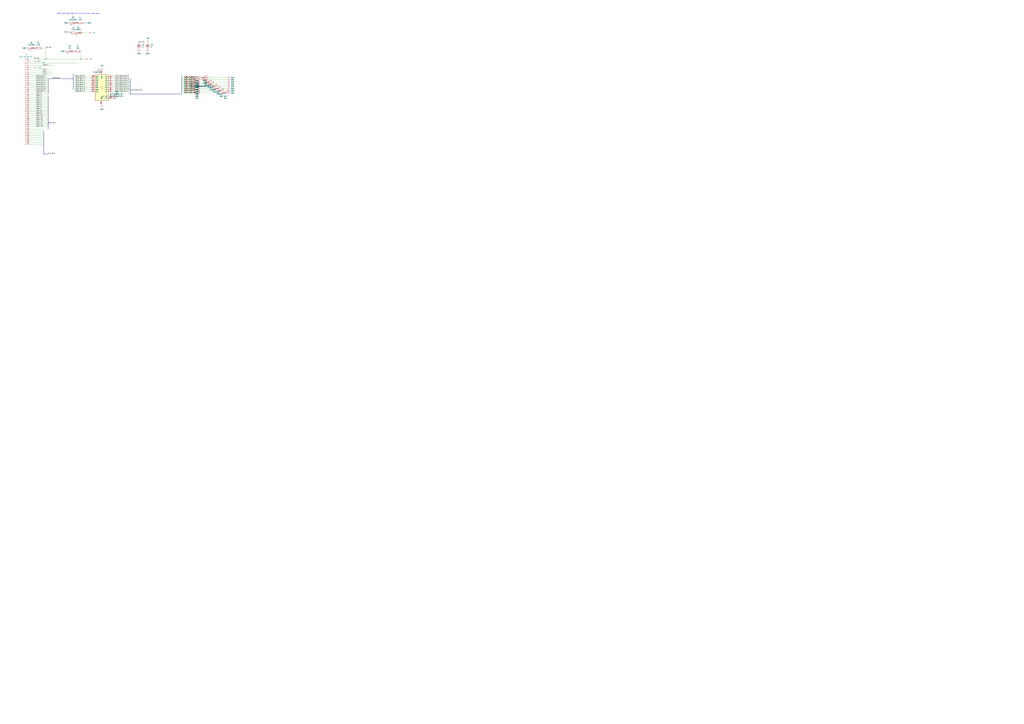
<source format=kicad_sch>
(kicad_sch (version 20231120) (generator "eeschema") (generator_version "8.0")
  (paper "A0")
  (lib_symbols
    (symbol "74xx:74LS245" (pin_names (offset 1.016))
      (property "Reference" "U" (at -7.62 16.51 0))
      (property "Value" "74LS245" (at -7.62 -16.51 0))
      (symbol "74LS245_1_0"
        (polyline (pts (xy -0.635 -1.27) (xy -0.635 1.27) (xy 0.635 1.27)))
        (polyline (pts (xy -1.27 -1.27) (xy 0.635 -1.27) (xy 0.635 1.27) (xy 1.27 1.27)))
        (pin input line (at -12.7 -10.16 0) (length 5.08) (name "A->B") (number "1"))
        (pin power_in line (at 0 -20.32 90) (length 5.08) (name "GND") (number "10"))
        (pin tri_state line (at 12.7 -5.08 180) (length 5.08) (name "B7") (number "11"))
        (pin tri_state line (at 12.7 -2.54 180) (length 5.08) (name "B6") (number "12"))
        (pin tri_state line (at 12.7 0 180) (length 5.08) (name "B5") (number "13"))
        (pin tri_state line (at 12.7 2.54 180) (length 5.08) (name "B4") (number "14"))
        (pin tri_state line (at 12.7 5.08 180) (length 5.08) (name "B3") (number "15"))
        (pin tri_state line (at 12.7 7.62 180) (length 5.08) (name "B2") (number "16"))
        (pin tri_state line (at 12.7 10.16 180) (length 5.08) (name "B1") (number "17"))
        (pin tri_state line (at 12.7 12.7 180) (length 5.08) (name "B0") (number "18"))
        (pin input inverted (at -12.7 -12.7 0) (length 5.08) (name "CE") (number "19"))
        (pin tri_state line (at -12.7 12.7 0) (length 5.08) (name "A0") (number "2"))
        (pin power_in line (at 0 20.32 270) (length 5.08) (name "VCC") (number "20"))
        (pin tri_state line (at -12.7 10.16 0) (length 5.08) (name "A1") (number "3"))
        (pin tri_state line (at -12.7 7.62 0) (length 5.08) (name "A2") (number "4"))
        (pin tri_state line (at -12.7 5.08 0) (length 5.08) (name "A3") (number "5"))
        (pin tri_state line (at -12.7 2.54 0) (length 5.08) (name "A4") (number "6"))
        (pin tri_state line (at -12.7 0 0) (length 5.08) (name "A5") (number "7"))
        (pin tri_state line (at -12.7 -2.54 0) (length 5.08) (name "A6") (number "8"))
        (pin tri_state line (at -12.7 -5.08 0) (length 5.08) (name "A7") (number "9"))
      )
      (symbol "74LS245_1_1"
        (rectangle (start -7.62 15.24) (end 7.62 -15.24) (stroke (width 0.254)) (fill (type background)))
      )
    )
    (symbol "Connector:Conn_01x01_Pin" (pin_names (offset 1.016) hide)
      (property "Reference" "J" (at 0 2.54 0))
      (property "Value" "Conn_01x01_Pin" (at 0 -2.54 0))
      (symbol "Conn_01x01_Pin_1_1"
        (polyline (pts (xy 1.27 0) (xy 0.8636 0)) (stroke (width 0.1524)))
        (rectangle (start 0.8636 0.127) (end 0 -0.127) (stroke (width 0.1524)) (fill (type outline)))
        (pin passive line (at 5.08 0 180) (length 3.81) (name "Pin_1") (number "1"))
      )
    )
    (symbol "Connector:Conn_01x08_Pin" (pin_names (offset 1.016) hide)
      (property "Reference" "J" (at 0 10.16 0))
      (property "Value" "Conn_01x08_Pin" (at 0 -12.7 0))
      (symbol "Conn_01x08_Pin_1_1"
        (polyline (pts (xy 1.27 -10.16) (xy 0.8636 -10.16)) (stroke (width 0.1524)))
        (polyline (pts (xy 1.27 -7.62) (xy 0.8636 -7.62)) (stroke (width 0.1524)))
        (polyline (pts (xy 1.27 -5.08) (xy 0.8636 -5.08)) (stroke (width 0.1524)))
        (polyline (pts (xy 1.27 -2.54) (xy 0.8636 -2.54)) (stroke (width 0.1524)))
        (polyline (pts (xy 1.27 0) (xy 0.8636 0)) (stroke (width 0.1524)))
        (polyline (pts (xy 1.27 2.54) (xy 0.8636 2.54)) (stroke (width 0.1524)))
        (polyline (pts (xy 1.27 5.08) (xy 0.8636 5.08)) (stroke (width 0.1524)))
        (polyline (pts (xy 1.27 7.62) (xy 0.8636 7.62)) (stroke (width 0.1524)))
        (rectangle (start 0.8636 -10.033) (end 0 -10.287) (stroke (width 0.1524)) (fill (type outline)))
        (rectangle (start 0.8636 -7.493) (end 0 -7.747) (stroke (width 0.1524)) (fill (type outline)))
        (rectangle (start 0.8636 -4.953) (end 0 -5.207) (stroke (width 0.1524)) (fill (type outline)))
        (rectangle (start 0.8636 -2.413) (end 0 -2.667) (stroke (width 0.1524)) (fill (type outline)))
        (rectangle (start 0.8636 0.127) (end 0 -0.127) (stroke (width 0.1524)) (fill (type outline)))
        (rectangle (start 0.8636 2.667) (end 0 2.413) (stroke (width 0.1524)) (fill (type outline)))
        (rectangle (start 0.8636 5.207) (end 0 4.953) (stroke (width 0.1524)) (fill (type outline)))
        (rectangle (start 0.8636 7.747) (end 0 7.493) (stroke (width 0.1524)) (fill (type outline)))
        (pin passive line (at 5.08 7.62 180) (length 3.81) (name "Pin_1") (number "1"))
        (pin passive line (at 5.08 5.08 180) (length 3.81) (name "Pin_2") (number "2"))
        (pin passive line (at 5.08 2.54 180) (length 3.81) (name "Pin_3") (number "3"))
        (pin passive line (at 5.08 0 180) (length 3.81) (name "Pin_4") (number "4"))
        (pin passive line (at 5.08 -2.54 180) (length 3.81) (name "Pin_5") (number "5"))
        (pin passive line (at 5.08 -5.08 180) (length 3.81) (name "Pin_6") (number "6"))
        (pin passive line (at 5.08 -7.62 180) (length 3.81) (name "Pin_7") (number "7"))
        (pin passive line (at 5.08 -10.16 180) (length 3.81) (name "Pin_8") (number "8"))
      )
    )
    (symbol "Connector:Conn_01x40_Pin" (pin_names (offset 1.016) hide)
      (property "Reference" "J" (at 0 50.8 0))
      (property "Value" "Conn_01x40_Pin" (at 0 -53.34 0))
      (symbol "Conn_01x40_Pin_1_1"
        (polyline (pts (xy 1.27 -50.8) (xy 0.8636 -50.8)) (stroke (width 0.1524)))
        (polyline (pts (xy 1.27 -48.26) (xy 0.8636 -48.26)) (stroke (width 0.1524)))
        (polyline (pts (xy 1.27 -45.72) (xy 0.8636 -45.72)) (stroke (width 0.1524)))
        (polyline (pts (xy 1.27 -43.18) (xy 0.8636 -43.18)) (stroke (width 0.1524)))
        (polyline (pts (xy 1.27 -40.64) (xy 0.8636 -40.64)) (stroke (width 0.1524)))
        (polyline (pts (xy 1.27 -38.1) (xy 0.8636 -38.1)) (stroke (width 0.1524)))
        (polyline (pts (xy 1.27 -35.56) (xy 0.8636 -35.56)) (stroke (width 0.1524)))
        (polyline (pts (xy 1.27 -33.02) (xy 0.8636 -33.02)) (stroke (width 0.1524)))
        (polyline (pts (xy 1.27 -30.48) (xy 0.8636 -30.48)) (stroke (width 0.1524)))
        (polyline (pts (xy 1.27 -27.94) (xy 0.8636 -27.94)) (stroke (width 0.1524)))
        (polyline (pts (xy 1.27 -25.4) (xy 0.8636 -25.4)) (stroke (width 0.1524)))
        (polyline (pts (xy 1.27 -22.86) (xy 0.8636 -22.86)) (stroke (width 0.1524)))
        (polyline (pts (xy 1.27 -20.32) (xy 0.8636 -20.32)) (stroke (width 0.1524)))
        (polyline (pts (xy 1.27 -17.78) (xy 0.8636 -17.78)) (stroke (width 0.1524)))
        (polyline (pts (xy 1.27 -15.24) (xy 0.8636 -15.24)) (stroke (width 0.1524)))
        (polyline (pts (xy 1.27 -12.7) (xy 0.8636 -12.7)) (stroke (width 0.1524)))
        (polyline (pts (xy 1.27 -10.16) (xy 0.8636 -10.16)) (stroke (width 0.1524)))
        (polyline (pts (xy 1.27 -7.62) (xy 0.8636 -7.62)) (stroke (width 0.1524)))
        (polyline (pts (xy 1.27 -5.08) (xy 0.8636 -5.08)) (stroke (width 0.1524)))
        (polyline (pts (xy 1.27 -2.54) (xy 0.8636 -2.54)) (stroke (width 0.1524)))
        (polyline (pts (xy 1.27 0) (xy 0.8636 0)) (stroke (width 0.1524)))
        (polyline (pts (xy 1.27 2.54) (xy 0.8636 2.54)) (stroke (width 0.1524)))
        (polyline (pts (xy 1.27 5.08) (xy 0.8636 5.08)) (stroke (width 0.1524)))
        (polyline (pts (xy 1.27 7.62) (xy 0.8636 7.62)) (stroke (width 0.1524)))
        (polyline (pts (xy 1.27 10.16) (xy 0.8636 10.16)) (stroke (width 0.1524)))
        (polyline (pts (xy 1.27 12.7) (xy 0.8636 12.7)) (stroke (width 0.1524)))
        (polyline (pts (xy 1.27 15.24) (xy 0.8636 15.24)) (stroke (width 0.1524)))
        (polyline (pts (xy 1.27 17.78) (xy 0.8636 17.78)) (stroke (width 0.1524)))
        (polyline (pts (xy 1.27 20.32) (xy 0.8636 20.32)) (stroke (width 0.1524)))
        (polyline (pts (xy 1.27 22.86) (xy 0.8636 22.86)) (stroke (width 0.1524)))
        (polyline (pts (xy 1.27 25.4) (xy 0.8636 25.4)) (stroke (width 0.1524)))
        (polyline (pts (xy 1.27 27.94) (xy 0.8636 27.94)) (stroke (width 0.1524)))
        (polyline (pts (xy 1.27 30.48) (xy 0.8636 30.48)) (stroke (width 0.1524)))
        (polyline (pts (xy 1.27 33.02) (xy 0.8636 33.02)) (stroke (width 0.1524)))
        (polyline (pts (xy 1.27 35.56) (xy 0.8636 35.56)) (stroke (width 0.1524)))
        (polyline (pts (xy 1.27 38.1) (xy 0.8636 38.1)) (stroke (width 0.1524)))
        (polyline (pts (xy 1.27 40.64) (xy 0.8636 40.64)) (stroke (width 0.1524)))
        (polyline (pts (xy 1.27 43.18) (xy 0.8636 43.18)) (stroke (width 0.1524)))
        (polyline (pts (xy 1.27 45.72) (xy 0.8636 45.72)) (stroke (width 0.1524)))
        (polyline (pts (xy 1.27 48.26) (xy 0.8636 48.26)) (stroke (width 0.1524)))
        (rectangle (start 0.8636 -50.673) (end 0 -50.927) (stroke (width 0.1524)) (fill (type outline)))
        (rectangle (start 0.8636 -48.133) (end 0 -48.387) (stroke (width 0.1524)) (fill (type outline)))
        (rectangle (start 0.8636 -45.593) (end 0 -45.847) (stroke (width 0.1524)) (fill (type outline)))
        (rectangle (start 0.8636 -43.053) (end 0 -43.307) (stroke (width 0.1524)) (fill (type outline)))
        (rectangle (start 0.8636 -40.513) (end 0 -40.767) (stroke (width 0.1524)) (fill (type outline)))
        (rectangle (start 0.8636 -37.973) (end 0 -38.227) (stroke (width 0.1524)) (fill (type outline)))
        (rectangle (start 0.8636 -35.433) (end 0 -35.687) (stroke (width 0.1524)) (fill (type outline)))
        (rectangle (start 0.8636 -32.893) (end 0 -33.147) (stroke (width 0.1524)) (fill (type outline)))
        (rectangle (start 0.8636 -30.353) (end 0 -30.607) (stroke (width 0.1524)) (fill (type outline)))
        (rectangle (start 0.8636 -27.813) (end 0 -28.067) (stroke (width 0.1524)) (fill (type outline)))
        (rectangle (start 0.8636 -25.273) (end 0 -25.527) (stroke (width 0.1524)) (fill (type outline)))
        (rectangle (start 0.8636 -22.733) (end 0 -22.987) (stroke (width 0.1524)) (fill (type outline)))
        (rectangle (start 0.8636 -20.193) (end 0 -20.447) (stroke (width 0.1524)) (fill (type outline)))
        (rectangle (start 0.8636 -17.653) (end 0 -17.907) (stroke (width 0.1524)) (fill (type outline)))
        (rectangle (start 0.8636 -15.113) (end 0 -15.367) (stroke (width 0.1524)) (fill (type outline)))
        (rectangle (start 0.8636 -12.573) (end 0 -12.827) (stroke (width 0.1524)) (fill (type outline)))
        (rectangle (start 0.8636 -10.033) (end 0 -10.287) (stroke (width 0.1524)) (fill (type outline)))
        (rectangle (start 0.8636 -7.493) (end 0 -7.747) (stroke (width 0.1524)) (fill (type outline)))
        (rectangle (start 0.8636 -4.953) (end 0 -5.207) (stroke (width 0.1524)) (fill (type outline)))
        (rectangle (start 0.8636 -2.413) (end 0 -2.667) (stroke (width 0.1524)) (fill (type outline)))
        (rectangle (start 0.8636 0.127) (end 0 -0.127) (stroke (width 0.1524)) (fill (type outline)))
        (rectangle (start 0.8636 2.667) (end 0 2.413) (stroke (width 0.1524)) (fill (type outline)))
        (rectangle (start 0.8636 5.207) (end 0 4.953) (stroke (width 0.1524)) (fill (type outline)))
        (rectangle (start 0.8636 7.747) (end 0 7.493) (stroke (width 0.1524)) (fill (type outline)))
        (rectangle (start 0.8636 10.287) (end 0 10.033) (stroke (width 0.1524)) (fill (type outline)))
        (rectangle (start 0.8636 12.827) (end 0 12.573) (stroke (width 0.1524)) (fill (type outline)))
        (rectangle (start 0.8636 15.367) (end 0 15.113) (stroke (width 0.1524)) (fill (type outline)))
        (rectangle (start 0.8636 17.907) (end 0 17.653) (stroke (width 0.1524)) (fill (type outline)))
        (rectangle (start 0.8636 20.447) (end 0 20.193) (stroke (width 0.1524)) (fill (type outline)))
        (rectangle (start 0.8636 22.987) (end 0 22.733) (stroke (width 0.1524)) (fill (type outline)))
        (rectangle (start 0.8636 25.527) (end 0 25.273) (stroke (width 0.1524)) (fill (type outline)))
        (rectangle (start 0.8636 28.067) (end 0 27.813) (stroke (width 0.1524)) (fill (type outline)))
        (rectangle (start 0.8636 30.607) (end 0 30.353) (stroke (width 0.1524)) (fill (type outline)))
        (rectangle (start 0.8636 33.147) (end 0 32.893) (stroke (width 0.1524)) (fill (type outline)))
        (rectangle (start 0.8636 35.687) (end 0 35.433) (stroke (width 0.1524)) (fill (type outline)))
        (rectangle (start 0.8636 38.227) (end 0 37.973) (stroke (width 0.1524)) (fill (type outline)))
        (rectangle (start 0.8636 40.767) (end 0 40.513) (stroke (width 0.1524)) (fill (type outline)))
        (rectangle (start 0.8636 43.307) (end 0 43.053) (stroke (width 0.1524)) (fill (type outline)))
        (rectangle (start 0.8636 45.847) (end 0 45.593) (stroke (width 0.1524)) (fill (type outline)))
        (rectangle (start 0.8636 48.387) (end 0 48.133) (stroke (width 0.1524)) (fill (type outline)))
        (pin passive line (at 5.08 48.26 180) (length 3.81) (name "Pin_1") (number "1"))
        (pin passive line (at 5.08 25.4 180) (length 3.81) (name "Pin_10") (number "10"))
        (pin passive line (at 5.08 22.86 180) (length 3.81) (name "Pin_11") (number "11"))
        (pin passive line (at 5.08 20.32 180) (length 3.81) (name "Pin_12") (number "12"))
        (pin passive line (at 5.08 17.78 180) (length 3.81) (name "Pin_13") (number "13"))
        (pin passive line (at 5.08 15.24 180) (length 3.81) (name "Pin_14") (number "14"))
        (pin passive line (at 5.08 12.7 180) (length 3.81) (name "Pin_15") (number "15"))
        (pin passive line (at 5.08 10.16 180) (length 3.81) (name "Pin_16") (number "16"))
        (pin passive line (at 5.08 7.62 180) (length 3.81) (name "Pin_17") (number "17"))
        (pin passive line (at 5.08 5.08 180) (length 3.81) (name "Pin_18") (number "18"))
        (pin passive line (at 5.08 2.54 180) (length 3.81) (name "Pin_19") (number "19"))
        (pin passive line (at 5.08 45.72 180) (length 3.81) (name "Pin_2") (number "2"))
        (pin passive line (at 5.08 0 180) (length 3.81) (name "Pin_20") (number "20"))
        (pin passive line (at 5.08 -2.54 180) (length 3.81) (name "Pin_21") (number "21"))
        (pin passive line (at 5.08 -5.08 180) (length 3.81) (name "Pin_22") (number "22"))
        (pin passive line (at 5.08 -7.62 180) (length 3.81) (name "Pin_23") (number "23"))
        (pin passive line (at 5.08 -10.16 180) (length 3.81) (name "Pin_24") (number "24"))
        (pin passive line (at 5.08 -12.7 180) (length 3.81) (name "Pin_25") (number "25"))
        (pin passive line (at 5.08 -15.24 180) (length 3.81) (name "Pin_26") (number "26"))
        (pin passive line (at 5.08 -17.78 180) (length 3.81) (name "Pin_27") (number "27"))
        (pin passive line (at 5.08 -20.32 180) (length 3.81) (name "Pin_28") (number "28"))
        (pin passive line (at 5.08 -22.86 180) (length 3.81) (name "Pin_29") (number "29"))
        (pin passive line (at 5.08 43.18 180) (length 3.81) (name "Pin_3") (number "3"))
        (pin passive line (at 5.08 -25.4 180) (length 3.81) (name "Pin_30") (number "30"))
        (pin passive line (at 5.08 -27.94 180) (length 3.81) (name "Pin_31") (number "31"))
        (pin passive line (at 5.08 -30.48 180) (length 3.81) (name "Pin_32") (number "32"))
        (pin passive line (at 5.08 -33.02 180) (length 3.81) (name "Pin_33") (number "33"))
        (pin passive line (at 5.08 -35.56 180) (length 3.81) (name "Pin_34") (number "34"))
        (pin passive line (at 5.08 -38.1 180) (length 3.81) (name "Pin_35") (number "35"))
        (pin passive line (at 5.08 -40.64 180) (length 3.81) (name "Pin_36") (number "36"))
        (pin passive line (at 5.08 -43.18 180) (length 3.81) (name "Pin_37") (number "37"))
        (pin passive line (at 5.08 -45.72 180) (length 3.81) (name "Pin_38") (number "38"))
        (pin passive line (at 5.08 -48.26 180) (length 3.81) (name "Pin_39") (number "39"))
        (pin passive line (at 5.08 40.64 180) (length 3.81) (name "Pin_4") (number "4"))
        (pin passive line (at 5.08 -50.8 180) (length 3.81) (name "Pin_40") (number "40"))
        (pin passive line (at 5.08 38.1 180) (length 3.81) (name "Pin_5") (number "5"))
        (pin passive line (at 5.08 35.56 180) (length 3.81) (name "Pin_6") (number "6"))
        (pin passive line (at 5.08 33.02 180) (length 3.81) (name "Pin_7") (number "7"))
        (pin passive line (at 5.08 30.48 180) (length 3.81) (name "Pin_8") (number "8"))
        (pin passive line (at 5.08 27.94 180) (length 3.81) (name "Pin_9") (number "9"))
      )
    )
    (symbol "Device:C" (pin_numbers hide) (pin_names (offset 0.254))
      (property "Reference" "C" (at 0.635 2.54 0))
      (property "Value" "C" (at 0.635 -2.54 0))
      (symbol "C_0_1"
        (polyline (pts (xy -2.032 -0.762) (xy 2.032 -0.762)) (stroke (width 0.508)))
        (polyline (pts (xy -2.032 0.762) (xy 2.032 0.762)) (stroke (width 0.508)))
      )
      (symbol "C_1_1"
        (pin passive line (at 0 3.81 270) (length 2.794) (name "~") (number "1"))
        (pin passive line (at 0 -3.81 90) (length 2.794) (name "~") (number "2"))
      )
    )
    (symbol "Device:LED" (pin_numbers hide) (pin_names (offset 1.016) hide)
      (property "Reference" "D" (at 0 2.54 0))
      (property "Value" "LED" (at 0 -2.54 0))
      (symbol "LED_0_1"
        (polyline (pts (xy -1.27 -1.27) (xy -1.27 1.27)) (stroke (width 0.254)))
        (polyline (pts (xy -1.27 0) (xy 1.27 0)))
        (polyline (pts (xy 1.27 -1.27) (xy 1.27 1.27) (xy -1.27 0) (xy 1.27 -1.27)) (stroke (width 0.254)))
        (polyline (pts (xy -3.048 -0.762) (xy -4.572 -2.286) (xy -3.81 -2.286) (xy -4.572 -2.286) (xy -4.572 -1.524)))
        (polyline (pts (xy -1.778 -0.762) (xy -3.302 -2.286) (xy -2.54 -2.286) (xy -3.302 -2.286) (xy -3.302 -1.524)))
      )
      (symbol "LED_1_1"
        (pin passive line (at -3.81 0 0) (length 2.54) (name "K") (number "1"))
        (pin passive line (at 3.81 0 180) (length 2.54) (name "A") (number "2"))
      )
    )
    (symbol "Device:R" (pin_numbers hide) (pin_names (offset 0))
      (property "Reference" "R" (at 2.032 0 90))
      (property "Value" "R" (at 0 0 90))
      (symbol "R_0_1"
        (rectangle (start -1.016 -2.54) (end 1.016 2.54) (stroke (width 0.254)))
      )
      (symbol "R_1_1"
        (pin passive line (at 0 3.81 270) (length 1.27) (name "~") (number "1"))
        (pin passive line (at 0 -3.81 90) (length 1.27) (name "~") (number "2"))
      )
    )
    (symbol "power:+3V3" (power) (pin_names (offset 0))
      (property "Value" "+3V3" (at 0 3.556 0))
      (symbol "+3V3_0_1"
        (polyline (pts (xy -0.762 1.27) (xy 0 2.54)))
        (polyline (pts (xy 0 0) (xy 0 2.54)))
        (polyline (pts (xy 0 2.54) (xy 0.762 1.27)))
      )
      (symbol "+3V3_1_1"
        (pin power_in line (at 0 0 90) (length 0) hide (name "+3V3") (number "1"))
      )
    )
    (symbol "power:+5V" (power) (pin_names (offset 0))
      (property "Value" "+5V" (at 0 3.556 0))
      (symbol "+5V_0_1"
        (polyline (pts (xy -0.762 1.27) (xy 0 2.54)))
        (polyline (pts (xy 0 0) (xy 0 2.54)))
        (polyline (pts (xy 0 2.54) (xy 0.762 1.27)))
      )
      (symbol "+5V_1_1"
        (pin power_in line (at 0 0 90) (length 0) hide (name "+5V") (number "1"))
      )
    )
    (symbol "power:GND" (power) (pin_names (offset 0))
      (property "Value" "GND" (at 0 -3.81 0))
      (symbol "GND_0_1"
        (polyline (pts (xy 0 0) (xy 0 -1.27) (xy 1.27 -1.27) (xy 0 -2.54) (xy -1.27 -1.27) (xy 0 -1.27)))
      )
      (symbol "GND_1_1"
        (pin power_in line (at 0 0 270) (length 0) hide (name "GND") (number "1"))
      )
    )
  )
  (junction (at 214.63 92.71))
  (junction (at 220.98 105.41))
  (junction (at 93.98 68.58))
  (junction (at 214.63 95.25))
  (junction (at 53.34 68.58))
  (junction (at 214.63 107.95))
  (junction (at 214.63 102.87))
  (junction (at 220.98 102.87))
  (junction (at 220.98 95.25))
  (junction (at 220.98 107.95))
  (junction (at 220.98 100.33))
  (junction (at 214.63 100.33))
  (junction (at 214.63 90.17))
  (junction (at 220.98 90.17))
  (junction (at 214.63 97.79))
  (junction (at 220.98 92.71))
  (junction (at 214.63 105.41))
  (junction (at 220.98 97.79))
  (bus_entry (at 48.26 152.4) (size 2.54 2.54))
  (bus_entry (at 53.34 134.62) (size 2.54 2.54))
  (bus_entry (at 210.82 102.87) (size 2.54 2.54))
  (bus_entry (at 87.63 99.06) (size -2.54 -2.54))
  (bus_entry (at 53.34 99.06) (size 2.54 2.54))
  (bus_entry (at 53.34 147.32) (size 2.54 2.54))
  (bus_entry (at 48.26 149.86) (size 2.54 2.54))
  (bus_entry (at 48.26 154.94) (size 2.54 2.54))
  (bus_entry (at 53.34 139.7) (size 2.54 2.54))
  (bus_entry (at 148.59 104.14) (size 2.54 2.54))
  (bus_entry (at 53.34 93.98) (size 2.54 2.54))
  (bus_entry (at 53.34 96.52) (size 2.54 2.54))
  (bus_entry (at 53.34 119.38) (size 2.54 2.54))
  (bus_entry (at 148.59 91.44) (size 2.54 2.54))
  (bus_entry (at 87.63 101.6) (size -2.54 -2.54))
  (bus_entry (at 148.59 101.6) (size 2.54 2.54))
  (bus_entry (at 148.59 96.52) (size 2.54 2.54))
  (bus_entry (at 210.82 87.63) (size 2.54 2.54))
  (bus_entry (at 210.82 92.71) (size 2.54 2.54))
  (bus_entry (at 53.34 132.08) (size 2.54 2.54))
  (bus_entry (at 210.82 90.17) (size 2.54 2.54))
  (bus_entry (at 48.26 157.48) (size 2.54 2.54))
  (bus_entry (at 53.34 144.78) (size 2.54 2.54))
  (bus_entry (at 210.82 100.33) (size 2.54 2.54))
  (bus_entry (at 53.34 124.46) (size 2.54 2.54))
  (bus_entry (at 53.34 109.22) (size 2.54 2.54))
  (bus_entry (at 87.63 88.9) (size -2.54 -2.54))
  (bus_entry (at 53.34 104.14) (size 2.54 2.54))
  (bus_entry (at 148.59 93.98) (size 2.54 2.54))
  (bus_entry (at 87.63 96.52) (size -2.54 -2.54))
  (bus_entry (at 48.26 160.02) (size 2.54 2.54))
  (bus_entry (at 210.82 95.25) (size 2.54 2.54))
  (bus_entry (at 53.34 88.9) (size 2.54 2.54))
  (bus_entry (at 53.34 129.54) (size 2.54 2.54))
  (bus_entry (at 48.26 167.64) (size 2.54 2.54))
  (bus_entry (at 87.63 104.14) (size -2.54 -2.54))
  (bus_entry (at 210.82 97.79) (size 2.54 2.54))
  (bus_entry (at 53.34 121.92) (size 2.54 2.54))
  (bus_entry (at 53.34 116.84) (size 2.54 2.54))
  (bus_entry (at 53.34 127) (size 2.54 2.54))
  (bus_entry (at 53.34 137.16) (size 2.54 2.54))
  (bus_entry (at 48.26 165.1) (size 2.54 2.54))
  (bus_entry (at 87.63 93.98) (size -2.54 -2.54))
  (bus_entry (at 148.59 88.9) (size 2.54 2.54))
  (bus_entry (at 148.59 106.68) (size 2.54 2.54))
  (bus_entry (at 148.59 99.06) (size 2.54 2.54))
  (bus_entry (at 53.34 101.6) (size 2.54 2.54))
  (bus_entry (at 48.26 162.56) (size 2.54 2.54))
  (bus_entry (at 53.34 142.24) (size 2.54 2.54))
  (bus_entry (at 53.34 111.76) (size 2.54 2.54))
  (bus_entry (at 87.63 106.68) (size -2.54 -2.54))
  (bus_entry (at 87.63 91.44) (size -2.54 -2.54))
  (bus_entry (at 53.34 114.3) (size 2.54 2.54))
  (bus_entry (at 53.34 106.68) (size 2.54 2.54))
  (bus_entry (at 210.82 105.41) (size 2.54 2.54))
  (bus_entry (at 53.34 91.44) (size 2.54 2.54))
  (wire (pts (xy 53.34 55.88) (xy 48.26 55.88)))
  (wire (pts (xy 213.36 100.33) (xy 214.63 100.33)))
  (bus (pts (xy 151.13 101.6) (xy 151.13 99.06)))
  (wire (pts (xy 34.29 91.44) (xy 53.34 91.44)))
  (wire (pts (xy 34.29 154.94) (xy 48.26 154.94)))
  (bus (pts (xy 50.8 165.1) (xy 50.8 167.64)))
  (bus (pts (xy 55.88 127) (xy 55.88 129.54)))
  (wire (pts (xy 34.29 129.54) (xy 53.34 129.54)))
  (wire (pts (xy 34.29 71.12) (xy 39.37 71.12)))
  (bus (pts (xy 55.88 137.16) (xy 55.88 139.7)))
  (wire (pts (xy 34.29 162.56) (xy 48.26 162.56)))
  (wire (pts (xy 93.98 68.58) (xy 99.06 68.58)))
  (bus (pts (xy 210.82 105.41) (xy 210.82 109.22)))
  (bus (pts (xy 55.88 119.38) (xy 55.88 121.92)))
  (wire (pts (xy 237.49 95.25) (xy 232.41 95.25)))
  (bus (pts (xy 85.09 96.52) (xy 85.09 99.06)))
  (wire (pts (xy 264.16 92.71) (xy 241.3 92.71)))
  (bus (pts (xy 210.82 87.63) (xy 210.82 90.17)))
  (wire (pts (xy 34.29 160.02) (xy 48.26 160.02)))
  (bus (pts (xy 55.88 179.07) (xy 50.8 179.07)))
  (bus (pts (xy 151.13 104.14) (xy 151.13 101.6)))
  (wire (pts (xy 214.63 95.25) (xy 220.98 95.25)))
  (wire (pts (xy 233.68 92.71) (xy 232.41 92.71)))
  (wire (pts (xy 34.29 142.24) (xy 53.34 142.24)))
  (wire (pts (xy 60.96 83.82) (xy 34.29 83.82)))
  (wire (pts (xy 214.63 90.17) (xy 220.98 90.17)))
  (wire (pts (xy 34.29 152.4) (xy 48.26 152.4)))
  (bus (pts (xy 55.88 101.6) (xy 55.88 99.06)))
  (bus (pts (xy 85.09 93.98) (xy 85.09 96.52)))
  (wire (pts (xy 34.29 137.16) (xy 53.34 137.16)))
  (wire (pts (xy 130.81 91.44) (xy 148.59 91.44)))
  (wire (pts (xy 214.63 107.95) (xy 220.98 107.95)))
  (wire (pts (xy 34.29 68.58) (xy 53.34 68.58)))
  (wire (pts (xy 34.29 78.74) (xy 39.37 78.74)))
  (wire (pts (xy 214.63 92.71) (xy 220.98 92.71)))
  (bus (pts (xy 55.88 106.68) (xy 55.88 104.14)))
  (bus (pts (xy 55.88 124.46) (xy 55.88 127)))
  (bus (pts (xy 210.82 92.71) (xy 210.82 95.25)))
  (wire (pts (xy 213.36 92.71) (xy 214.63 92.71)))
  (wire (pts (xy 34.29 116.84) (xy 53.34 116.84)))
  (wire (pts (xy 130.81 101.6) (xy 148.59 101.6)))
  (wire (pts (xy 34.29 124.46) (xy 53.34 124.46)))
  (wire (pts (xy 34.29 132.08) (xy 53.34 132.08)))
  (wire (pts (xy 60.96 81.28) (xy 34.29 81.28)))
  (bus (pts (xy 50.8 157.48) (xy 50.8 160.02)))
  (wire (pts (xy 87.63 104.14) (xy 105.41 104.14)))
  (wire (pts (xy 251.46 105.41) (xy 232.41 105.41)))
  (wire (pts (xy 34.29 127) (xy 53.34 127)))
  (wire (pts (xy 264.16 90.17) (xy 240.03 90.17)))
  (wire (pts (xy 34.29 111.76) (xy 53.34 111.76)))
  (wire (pts (xy 243.84 100.33) (xy 232.41 100.33)))
  (wire (pts (xy 264.16 97.79) (xy 247.65 97.79)))
  (bus (pts (xy 55.88 93.98) (xy 55.88 91.44)))
  (wire (pts (xy 60.96 86.36) (xy 34.29 86.36)))
  (wire (pts (xy 214.63 102.87) (xy 220.98 102.87)))
  (bus (pts (xy 50.8 179.07) (xy 50.8 170.18)))
  (wire (pts (xy 87.63 99.06) (xy 105.41 99.06)))
  (wire (pts (xy 264.16 100.33) (xy 251.46 100.33)))
  (wire (pts (xy 220.98 90.17) (xy 224.79 90.17)))
  (bus (pts (xy 55.88 104.14) (xy 55.88 101.6)))
  (wire (pts (xy 34.29 101.6) (xy 53.34 101.6)))
  (bus (pts (xy 55.88 129.54) (xy 55.88 132.08)))
  (wire (pts (xy 34.29 106.68) (xy 53.34 106.68)))
  (wire (pts (xy 220.98 95.25) (xy 224.79 95.25)))
  (bus (pts (xy 210.82 95.25) (xy 210.82 97.79)))
  (wire (pts (xy 87.63 88.9) (xy 105.41 88.9)))
  (wire (pts (xy 93.98 68.58) (xy 93.98 59.69)))
  (wire (pts (xy 87.63 106.68) (xy 105.41 106.68)))
  (wire (pts (xy 34.29 157.48) (xy 48.26 157.48)))
  (wire (pts (xy 130.81 104.14) (xy 148.59 104.14)))
  (wire (pts (xy 130.81 99.06) (xy 148.59 99.06)))
  (wire (pts (xy 220.98 102.87) (xy 224.79 102.87)))
  (wire (pts (xy 247.65 102.87) (xy 232.41 102.87)))
  (wire (pts (xy 213.36 90.17) (xy 214.63 90.17)))
  (bus (pts (xy 151.13 96.52) (xy 151.13 93.98)))
  (wire (pts (xy 87.63 93.98) (xy 105.41 93.98)))
  (bus (pts (xy 50.8 154.94) (xy 50.8 157.48)))
  (wire (pts (xy 34.29 147.32) (xy 53.34 147.32)))
  (wire (pts (xy 130.81 88.9) (xy 148.59 88.9)))
  (bus (pts (xy 50.8 160.02) (xy 50.8 162.56)))
  (bus (pts (xy 55.88 91.44) (xy 85.09 91.44)))
  (wire (pts (xy 34.29 165.1) (xy 48.26 165.1)))
  (bus (pts (xy 85.09 99.06) (xy 85.09 101.6)))
  (wire (pts (xy 34.29 109.22) (xy 53.34 109.22)))
  (bus (pts (xy 55.88 96.52) (xy 55.88 93.98)))
  (bus (pts (xy 210.82 97.79) (xy 210.82 100.33)))
  (bus (pts (xy 55.88 114.3) (xy 55.88 116.84)))
  (wire (pts (xy 264.16 102.87) (xy 255.27 102.87)))
  (wire (pts (xy 130.81 93.98) (xy 148.59 93.98)))
  (bus (pts (xy 50.8 162.56) (xy 50.8 165.1)))
  (wire (pts (xy 220.98 92.71) (xy 224.79 92.71)))
  (wire (pts (xy 34.29 134.62) (xy 53.34 134.62)))
  (wire (pts (xy 34.29 96.52) (xy 53.34 96.52)))
  (wire (pts (xy 240.03 97.79) (xy 232.41 97.79)))
  (wire (pts (xy 87.63 101.6) (xy 105.41 101.6)))
  (bus (pts (xy 85.09 91.44) (xy 85.09 93.98)))
  (wire (pts (xy 34.29 73.66) (xy 90.17 73.66)))
  (wire (pts (xy 34.29 88.9) (xy 53.34 88.9)))
  (wire (pts (xy 220.98 107.95) (xy 224.79 107.95)))
  (bus (pts (xy 55.88 147.32) (xy 55.88 149.86)))
  (wire (pts (xy 34.29 149.86) (xy 48.26 149.86)))
  (bus (pts (xy 85.09 88.9) (xy 85.09 91.44)))
  (wire (pts (xy 90.17 26.67) (xy 88.9 26.67)))
  (bus (pts (xy 55.88 132.08) (xy 55.88 134.62)))
  (bus (pts (xy 85.09 101.6) (xy 85.09 104.14)))
  (wire (pts (xy 34.29 121.92) (xy 53.34 121.92)))
  (wire (pts (xy 214.63 105.41) (xy 220.98 105.41)))
  (wire (pts (xy 220.98 100.33) (xy 224.79 100.33)))
  (wire (pts (xy 220.98 97.79) (xy 224.79 97.79)))
  (wire (pts (xy 130.81 106.68) (xy 148.59 106.68)))
  (wire (pts (xy 213.36 107.95) (xy 214.63 107.95)))
  (wire (pts (xy 53.34 55.88) (xy 53.34 68.58)))
  (bus (pts (xy 151.13 104.14) (xy 151.13 106.68)))
  (wire (pts (xy 41.91 55.88) (xy 40.64 55.88)))
  (wire (pts (xy 34.29 76.2) (xy 63.5 76.2)))
  (bus (pts (xy 210.82 100.33) (xy 210.82 102.87)))
  (bus (pts (xy 55.88 121.92) (xy 55.88 124.46)))
  (bus (pts (xy 55.88 109.22) (xy 55.88 106.68)))
  (wire (pts (xy 213.36 105.41) (xy 214.63 105.41)))
  (bus (pts (xy 50.8 170.18) (xy 50.8 167.64)))
  (wire (pts (xy 34.29 167.64) (xy 48.26 167.64)))
  (wire (pts (xy 34.29 114.3) (xy 53.34 114.3)))
  (bus (pts (xy 151.13 93.98) (xy 151.13 91.44)))
  (bus (pts (xy 55.88 111.76) (xy 55.88 114.3)))
  (wire (pts (xy 264.16 105.41) (xy 259.08 105.41)))
  (wire (pts (xy 53.34 68.58) (xy 93.98 68.58)))
  (bus (pts (xy 85.09 86.36) (xy 85.09 88.9)))
  (bus (pts (xy 151.13 109.22) (xy 210.82 109.22)))
  (wire (pts (xy 34.29 93.98) (xy 53.34 93.98)))
  (wire (pts (xy 130.81 96.52) (xy 148.59 96.52)))
  (bus (pts (xy 151.13 109.22) (xy 151.13 106.68)))
  (bus (pts (xy 55.88 134.62) (xy 55.88 137.16)))
  (wire (pts (xy 220.98 105.41) (xy 224.79 105.41)))
  (bus (pts (xy 210.82 90.17) (xy 210.82 92.71)))
  (wire (pts (xy 87.63 96.52) (xy 105.41 96.52)))
  (wire (pts (xy 34.29 144.78) (xy 53.34 144.78)))
  (bus (pts (xy 55.88 99.06) (xy 55.88 96.52)))
  (wire (pts (xy 214.63 97.79) (xy 220.98 97.79)))
  (wire (pts (xy 213.36 97.79) (xy 214.63 97.79)))
  (wire (pts (xy 34.29 99.06) (xy 53.34 99.06)))
  (bus (pts (xy 55.88 116.84) (xy 55.88 119.38)))
  (wire (pts (xy 214.63 100.33) (xy 220.98 100.33)))
  (wire (pts (xy 96.52 38.1) (xy 102.87 38.1)))
  (wire (pts (xy 87.63 91.44) (xy 105.41 91.44)))
  (wire (pts (xy 213.36 95.25) (xy 214.63 95.25)))
  (wire (pts (xy 34.29 119.38) (xy 53.34 119.38)))
  (wire (pts (xy 213.36 102.87) (xy 214.63 102.87)))
  (bus (pts (xy 151.13 99.06) (xy 151.13 96.52)))
  (wire (pts (xy 264.16 95.25) (xy 245.11 95.25)))
  (bus (pts (xy 210.82 102.87) (xy 210.82 105.41)))
  (bus (pts (xy 55.88 139.7) (xy 55.88 142.24)))
  (bus (pts (xy 55.88 142.24) (xy 55.88 144.78)))
  (bus (pts (xy 55.88 144.78) (xy 55.88 147.32)))
  (wire (pts (xy 34.29 104.14) (xy 53.34 104.14)))
  (wire (pts (xy 34.29 139.7) (xy 53.34 139.7)))
  (bus (pts (xy 50.8 152.4) (xy 50.8 154.94)))
  (wire (pts (xy 256.54 107.95) (xy 232.41 107.95)))
  (text "NOTE that reset light will turn on when card reset\n" (at 66.04 16.51 0) (effects (font (size 1.27 1.27)) (justify left bottom)))
  (label "Data_Bus_2" (at 41.91 93.98 0))
  (label "Data_Bus_0" (at 87.63 88.9 0))
  (label "Addr_12" (at 41.91 139.7 0))
  (label "Card_Data_Out_5" (at 133.35 101.6 0))
  (label "Card_Data_Out_6" (at 213.36 105.41 0))
  (label "Addr_Bus" (at 55.88 143.51 0))
  (label "Card_Data_Out_2" (at 133.35 93.98 0))
  (label "Data_Bus_6" (at 41.91 104.14 0))
  (label "Card_Data_Out_7" (at 213.36 107.95 0))
  (label "5V_raw" (at 161.29 49.53 0))
  (label "Card_Data_Out_6" (at 133.35 104.14 0))
  (label "Addr_2" (at 41.91 114.3 0))
  (label "Card_Data_Out_2" (at 213.36 95.25 0))
  (label "reset_n" (at 49.53 76.2 0))
  (label "Card_Data_Out_5" (at 213.36 102.87 0))
  (label "reset_n" (at 81.28 38.1 180))
  (label "Data_Bus_3" (at 87.63 96.52 0))
  (label "Addr_0" (at 41.91 109.22 0))
  (label "int_n" (at 49.53 86.36 0))
  (label "Addr_4" (at 41.91 119.38 0))
  (label "Addr_3" (at 41.91 116.84 0))
  (label "Data_Bus" (at 60.96 91.44 0))
  (label "clk" (at 49.53 73.66 0))
  (label "Card_Data_Out_1" (at 213.36 92.71 0))
  (label "Addr_9" (at 41.91 132.08 0))
  (label "Data_Bus_6" (at 87.63 104.14 0))
  (label "Card_Data_Out_1" (at 133.35 91.44 0))
  (label "oe_n" (at 49.53 83.82 0))
  (label "Addr_6" (at 41.91 124.46 0))
  (label "Addr_13" (at 41.91 142.24 0))
  (label "Card_Data_Out_3" (at 133.35 96.52 0))
  (label "Card_Data_Out_3" (at 213.36 97.79 0))
  (label "Data_Bus_0" (at 41.91 88.9 0))
  (label "Addr_14" (at 41.91 144.78 0))
  (label "Data_Bus_4" (at 87.63 99.06 0))
  (label "Data_Bus_4" (at 41.91 99.06 0))
  (label "Addr_15" (at 41.91 147.32 0))
  (label "Card_Data_Out_0" (at 213.36 90.17 0))
  (label "Addr_5" (at 41.91 121.92 0))
  (label "5V_raw" (at 39.37 68.58 0))
  (label "Card_Data_Out_4" (at 213.36 100.33 0))
  (label "we_n" (at 49.53 81.28 0))
  (label "Addr_7" (at 41.91 127 0))
  (label "Card_Data_Out_0" (at 133.3905 88.9 0))
  (label "Data_Bus_1" (at 41.91 91.44 0))
  (label "Card_Data_Out_4" (at 133.35 99.06 0))
  (label "Data_Bus_1" (at 87.63 91.44 0))
  (label "Data_Bus_7" (at 41.91 106.68 0))
  (label "Data_Bus_5" (at 41.91 101.6 0))
  (label "Card_Data_Out_7" (at 133.35 106.68 0))
  (label "Addr_11" (at 41.91 137.16 0))
  (label "Aux_Bus" (at 55.88 179.07 0))
  (label "Data_Bus_3" (at 41.91 96.52 0))
  (label "Card_Data_Out" (at 151.13 105.41 0))
  (label "5V_raw" (at 53.34 55.88 0))
  (label "Data_Bus_5" (at 87.63 101.6 0))
  (label "Addr_8" (at 41.91 129.54 0))
  (label "Addr_1" (at 41.91 111.76 0))
  (label "Addr_10" (at 41.91 134.62 0))
  (label "Data_Bus_7" (at 87.63 106.68 0))
  (label "Data_Bus_2" (at 87.63 93.98 0))
  (symbol (lib_id "Device:LED") (at 247.65 100.33 180) (unit 1)
    (property "Reference" "D34" (at 249.2375 106.68 0))
    (property "Value" "Do4" (at 249.2375 104.14 0))
    (property "Footprint" "LED_SMD:LED_0603_1608Metric_Pad1.05x0.95mm_HandSolder" (effects (hide yes)))
  )
  (symbol (lib_id "Device:LED") (at 255.27 105.41 180) (unit 1)
    (property "Reference" "D36" (at 256.8575 111.76 0))
    (property "Value" "Do6" (at 256.8575 109.22 0))
    (property "Footprint" "LED_SMD:LED_0603_1608Metric_Pad1.05x0.95mm_HandSolder" (effects (hide yes)))
  )
  (symbol (lib_id "power:GND") (at 264.16 107.95 90) (unit 1)
    (property "Reference" "#PWR053" (effects (hide yes)))
    (property "Value" "GND" (at 267.97 107.95 90) (effects (justify right)))
  )
  (symbol (lib_id "Device:R") (at 228.6 92.71 270) (unit 1)
    (property "Reference" "r46" (at 228.6 99.06 90))
    (property "Value" "470" (at 228.6 96.52 90))
    (property "Footprint" "Resistor_SMD:R_0603_1608Metric_Pad0.98x0.95mm_HandSolder" (effects (hide yes)))
  )
  (symbol (lib_id "Connector:Conn_01x01_Pin") (at 135.89 114.3 180) (unit 1)
    (property "Reference" "J34" (at 135.255 109.22 0))
    (property "Value" "Conn_01x01_Pin" (at 135.255 111.76 0))
    (property "Footprint" "Connector_PinHeader_2.54mm:PinHeader_1x01_P2.54mm_Vertical" (effects (hide yes)))
  )
  (symbol (lib_id "Connector:Conn_01x40_Pin") (at 29.21 116.84 0) (unit 1)
    (property "Reference" "J1" (at 30.48 63.5 0))
    (property "Value" "Conn_01x40_Pin" (at 29.845 66.04 0))
    (property "Footprint" "Connector_PinHeader_2.54mm:PinHeader_1x40_P2.54mm_Horizontal" (effects (hide yes)))
  )
  (symbol (lib_id "power:GND") (at 78.74 59.69 270) (unit 1)
    (property "Reference" "#PWR017" (effects (hide yes)))
    (property "Value" "GND" (at 74.93 59.69 90) (effects (justify right)))
  )
  (symbol (lib_id "74xx:74LS245") (at 118.11 101.6 0) (mirror y) (unit 1)
    (property "Reference" "U1" (at 116.1541 81.28 0) (effects (justify left)))
    (property "Value" "74LS245" (at 116.1541 83.82 0) (effects (justify left)))
    (property "Footprint" "Package_DIP:DIP-20_W7.62mm_Socket" (effects (hide yes)))
    (property "Datasheet" "http://www.ti.com/lit/gpn/sn74LS245" (effects (hide yes)))
  )
  (symbol (lib_id "Device:LED") (at 38.1 55.88 0) (unit 1)
    (property "Reference" "D1" (at 36.5125 49.53 0))
    (property "Value" "5V_RAW" (at 36.5125 52.07 0))
    (property "Footprint" "LED_SMD:LED_0603_1608Metric_Pad1.05x0.95mm_HandSolder" (effects (hide yes)))
  )
  (symbol (lib_id "power:+5V") (at 118.11 81.28 0) (unit 1)
    (property "Reference" "#PWR01" (effects (hide yes)))
    (property "Value" "+5V" (at 118.11 76.2 0))
  )
  (symbol (lib_id "power:GND") (at 264.16 90.17 90) (unit 1)
    (property "Reference" "#PWR046" (effects (hide yes)))
    (property "Value" "GND" (at 267.97 90.17 90) (effects (justify right)))
  )
  (symbol (lib_id "Device:LED") (at 260.35 107.95 180) (unit 1)
    (property "Reference" "D37" (at 261.9375 114.3 0))
    (property "Value" "Do7" (at 261.9375 111.76 0))
    (property "Footprint" "LED_SMD:LED_0603_1608Metric_Pad1.05x0.95mm_HandSolder" (effects (hide yes)))
  )
  (symbol (lib_id "Device:R") (at 228.6 95.25 270) (unit 1)
    (property "Reference" "r47" (at 228.6 101.6 90))
    (property "Value" "470" (at 228.6 99.06 90))
    (property "Footprint" "Resistor_SMD:R_0603_1608Metric_Pad0.98x0.95mm_HandSolder" (effects (hide yes)))
  )
  (symbol (lib_id "Device:R") (at 228.6 97.79 270) (unit 1)
    (property "Reference" "r48" (at 228.6 104.14 90))
    (property "Value" "470" (at 228.6 101.6 90))
    (property "Footprint" "Resistor_SMD:R_0603_1608Metric_Pad0.98x0.95mm_HandSolder" (effects (hide yes)))
  )
  (symbol (lib_id "power:GND") (at 82.55 26.67 270) (unit 1)
    (property "Reference" "#PWR020" (effects (hide yes)))
    (property "Value" "GND" (at 78.74 26.67 90) (effects (justify right)))
  )
  (symbol (lib_id "power:GND") (at 264.16 92.71 90) (unit 1)
    (property "Reference" "#PWR047" (effects (hide yes)))
    (property "Value" "GND" (at 267.97 92.71 90) (effects (justify right)))
  )
  (symbol (lib_id "Device:LED") (at 86.36 26.67 0) (unit 1)
    (property "Reference" "D5" (at 84.7725 20.32 0))
    (property "Value" "3V3_RAW" (at 84.7725 22.86 0))
    (property "Footprint" "LED_SMD:LED_0603_1608Metric_Pad1.05x0.95mm_HandSolder" (effects (hide yes)))
  )
  (symbol (lib_id "Device:LED") (at 243.84 97.79 180) (unit 1)
    (property "Reference" "D33" (at 245.4275 104.14 0))
    (property "Value" "Do3" (at 245.4275 101.6 0))
    (property "Footprint" "LED_SMD:LED_0603_1608Metric_Pad1.05x0.95mm_HandSolder" (effects (hide yes)))
  )
  (symbol (lib_id "Device:R") (at 90.17 59.69 90) (unit 1)
    (property "Reference" "r1" (at 90.17 53.34 90))
    (property "Value" "470" (at 90.17 55.88 90))
    (property "Footprint" "Resistor_SMD:R_0603_1608Metric_Pad0.98x0.95mm_HandSolder" (effects (hide yes)))
  )
  (symbol (lib_id "Device:R") (at 92.71 26.67 90) (unit 1)
    (property "Reference" "r4" (at 92.71 20.32 90))
    (property "Value" "470" (at 92.71 22.86 90))
    (property "Footprint" "Resistor_SMD:R_0603_1608Metric_Pad0.98x0.95mm_HandSolder" (effects (hide yes)))
  )
  (symbol (lib_id "Device:LED") (at 241.3 95.25 180) (unit 1)
    (property "Reference" "D32" (at 242.8875 101.6 0))
    (property "Value" "Do2" (at 242.8875 99.06 0))
    (property "Footprint" "LED_SMD:LED_0603_1608Metric_Pad1.05x0.95mm_HandSolder" (effects (hide yes)))
  )
  (symbol (lib_id "Device:LED") (at 237.49 92.71 180) (unit 1)
    (property "Reference" "D31" (at 239.0775 99.06 0))
    (property "Value" "Do1" (at 239.0775 96.52 0))
    (property "Footprint" "LED_SMD:LED_0603_1608Metric_Pad1.05x0.95mm_HandSolder" (effects (hide yes)))
  )
  (symbol (lib_id "Connector:Conn_01x01_Pin") (at 135.89 111.76 180) (unit 1)
    (property "Reference" "J33" (at 135.255 106.68 0))
    (property "Value" "Conn_01x01_Pin" (at 135.255 109.22 0))
    (property "Footprint" "Connector_PinHeader_2.54mm:PinHeader_1x01_P2.54mm_Vertical" (effects (hide yes)))
  )
  (symbol (lib_id "Device:R") (at 228.6 107.95 270) (unit 1)
    (property "Reference" "r52" (at 228.6 114.3 90))
    (property "Value" "470" (at 228.6 111.76 90))
    (property "Footprint" "Resistor_SMD:R_0603_1608Metric_Pad0.98x0.95mm_HandSolder" (effects (hide yes)))
  )
  (symbol (lib_id "power:+5V") (at 99.06 68.58 270) (unit 1)
    (property "Reference" "#PWR08" (effects (hide yes)))
    (property "Value" "+5V" (at 102.87 68.58 90) (effects (justify left)))
  )
  (symbol (lib_id "Device:R") (at 228.6 102.87 270) (unit 1)
    (property "Reference" "r50" (at 228.6 109.22 90))
    (property "Value" "470" (at 228.6 106.68 90))
    (property "Footprint" "Resistor_SMD:R_0603_1608Metric_Pad0.98x0.95mm_HandSolder" (effects (hide yes)))
  )
  (symbol (lib_id "power:GND") (at 264.16 102.87 90) (unit 1)
    (property "Reference" "#PWR051" (effects (hide yes)))
    (property "Value" "GND" (at 267.97 102.87 90) (effects (justify right)))
  )
  (symbol (lib_id "power:+5V") (at 171.45 49.53 0) (unit 1)
    (property "Reference" "#PWR011" (effects (hide yes)))
    (property "Value" "+5V" (at 171.45 44.45 0))
  )
  (symbol (lib_id "Device:R") (at 228.6 105.41 270) (unit 1)
    (property "Reference" "r51" (at 228.6 111.76 90))
    (property "Value" "470" (at 228.6 109.22 90))
    (property "Footprint" "Resistor_SMD:R_0603_1608Metric_Pad0.98x0.95mm_HandSolder" (effects (hide yes)))
  )
  (symbol (lib_id "power:GND") (at 171.45 57.15 0) (unit 1)
    (property "Reference" "#PWR010" (effects (hide yes)))
    (property "Value" "GND" (at 171.45 62.23 0))
  )
  (symbol (lib_id "Device:LED") (at 92.71 38.1 0) (unit 1)
    (property "Reference" "D4" (at 91.1225 31.75 0))
    (property "Value" "RESET" (at 91.1225 34.29 0))
    (property "Footprint" "LED_SMD:LED_0603_1608Metric_Pad1.05x0.95mm_HandSolder" (effects (hide yes)))
  )
  (symbol (lib_id "Device:R") (at 228.6 100.33 270) (unit 1)
    (property "Reference" "r49" (at 228.6 106.68 90))
    (property "Value" "470" (at 228.6 104.14 90))
    (property "Footprint" "Resistor_SMD:R_0603_1608Metric_Pad0.98x0.95mm_HandSolder" (effects (hide yes)))
  )
  (symbol (lib_id "power:GND") (at 264.16 95.25 90) (unit 1)
    (property "Reference" "#PWR048" (effects (hide yes)))
    (property "Value" "GND" (at 267.97 95.25 90) (effects (justify right)))
  )
  (symbol (lib_id "Device:LED") (at 251.46 102.87 180) (unit 1)
    (property "Reference" "D35" (at 253.0475 109.22 0))
    (property "Value" "Do5" (at 253.0475 106.68 0))
    (property "Footprint" "LED_SMD:LED_0603_1608Metric_Pad1.05x0.95mm_HandSolder" (effects (hide yes)))
  )
  (symbol (lib_id "Device:R") (at 228.6 90.17 270) (unit 1)
    (property "Reference" "r45" (at 228.6 96.52 90))
    (property "Value" "470" (at 228.6 93.98 90))
    (property "Footprint" "Resistor_SMD:R_0603_1608Metric_Pad0.98x0.95mm_HandSolder" (effects (hide yes)))
  )
  (symbol (lib_id "Connector:Conn_01x08_Pin") (at 219.71 100.33 180) (unit 1)
    (property "Reference" "J5" (at 220.98 97.79 0) (effects (justify right)))
    (property "Value" "Conn_01x08_Pin" (at 220.98 100.33 0) (effects (justify right)))
    (property "Footprint" "Connector_PinHeader_2.54mm:PinHeader_1x08_P2.54mm_Vertical" (effects (hide yes)))
  )
  (symbol (lib_id "power:+3V3") (at 96.52 26.67 270) (unit 1)
    (property "Reference" "#PWR021" (effects (hide yes)))
    (property "Value" "+3V3" (at 100.33 26.67 90) (effects (justify left)))
  )
  (symbol (lib_id "power:GND") (at 118.11 121.92 0) (unit 1)
    (property "Reference" "#PWR02" (effects (hide yes)))
    (property "Value" "GND" (at 118.11 127 0))
  )
  (symbol (lib_id "power:GND") (at 264.16 97.79 90) (unit 1)
    (property "Reference" "#PWR049" (effects (hide yes)))
    (property "Value" "GND" (at 267.97 97.79 90) (effects (justify right)))
  )
  (symbol (lib_id "power:GND") (at 264.16 100.33 90) (unit 1)
    (property "Reference" "#PWR050" (effects (hide yes)))
    (property "Value" "GND" (at 267.97 100.33 90) (effects (justify right)))
  )
  (symbol (lib_id "power:+3V3") (at 39.37 78.74 270) (unit 1)
    (property "Reference" "#PWR07" (effects (hide yes)))
    (property "Value" "+3V3" (at 43.18 78.74 90) (effects (justify left)))
  )
  (symbol (lib_id "Device:C") (at 161.29 53.34 0) (unit 1)
    (property "Reference" "C1" (at 165.1 52.07 0) (effects (justify left)))
    (property "Value" "C" (at 165.1 54.61 0) (effects (justify left)))
    (property "Footprint" "Capacitor_SMD:C_1206_3216Metric" (effects (hide yes)))
  )
  (symbol (lib_id "power:+5V") (at 102.87 38.1 270) (unit 1)
    (property "Reference" "#PWR019" (effects (hide yes)))
    (property "Value" "+5V" (at 106.68 38.1 90) (effects (justify left)))
  )
  (symbol (lib_id "Device:R") (at 85.09 38.1 90) (unit 1)
    (property "Reference" "r3" (at 85.09 31.75 90))
    (property "Value" "470" (at 85.09 34.29 90))
    (property "Footprint" "Resistor_SMD:R_0603_1608Metric_Pad0.98x0.95mm_HandSolder" (effects (hide yes)))
  )
  (symbol (lib_id "Device:LED") (at 82.55 59.69 0) (unit 1)
    (property "Reference" "D2" (at 80.9625 53.34 0))
    (property "Value" "5V" (at 80.9625 55.88 0))
    (property "Footprint" "LED_SMD:LED_0603_1608Metric_Pad1.05x0.95mm_HandSolder" (effects (hide yes)))
  )
  (symbol (lib_id "power:GND") (at 161.29 57.15 0) (unit 1)
    (property "Reference" "#PWR09" (effects (hide yes)))
    (property "Value" "GND" (at 161.29 62.23 0))
  )
  (symbol (lib_id "Device:LED") (at 236.22 90.17 180) (unit 1)
    (property "Reference" "D30" (at 237.8075 96.52 0))
    (property "Value" "Do0" (at 237.8075 93.98 0))
    (property "Footprint" "LED_SMD:LED_0603_1608Metric_Pad1.05x0.95mm_HandSolder" (effects (hide yes)))
  )
  (symbol (lib_id "Connector:Conn_01x08_Pin") (at 226.06 100.33 180) (unit 1)
    (property "Reference" "J15" (at 227.33 97.79 0) (effects (justify right)))
    (property "Value" "Conn_01x08_Pin" (at 227.33 100.33 0) (effects (justify right)))
    (property "Footprint" "Connector_PinHeader_2.54mm:PinHeader_1x08_P2.54mm_Vertical" (effects (hide yes)))
  )
  (symbol (lib_id "Device:C") (at 171.45 53.34 0) (unit 1)
    (property "Reference" "C2" (at 175.26 52.07 0) (effects (justify left)))
    (property "Value" "C" (at 175.26 54.61 0) (effects (justify left)))
    (property "Footprint" "Capacitor_SMD:C_1206_3216Metric" (effects (hide yes)))
  )
  (symbol (lib_id "power:GND") (at 34.29 55.88 270) (unit 1)
    (property "Reference" "#PWR016" (effects (hide yes)))
    (property "Value" "GND" (at 30.48 55.88 90) (effects (justify right)))
  )
  (symbol (lib_id "power:GND") (at 39.37 71.12 90) (unit 1)
    (property "Reference" "#PWR05" (effects (hide yes)))
    (property "Value" "GND" (at 43.18 71.12 90) (effects (justify right)))
  )
  (symbol (lib_id "power:GND") (at 264.16 105.41 90) (unit 1)
    (property "Reference" "#PWR052" (effects (hide yes)))
    (property "Value" "GND" (at 267.97 105.41 90) (effects (justify right)))
  )
  (symbol (lib_id "Device:R") (at 44.45 55.88 90) (unit 1)
    (property "Reference" "r0" (at 44.45 49.53 90))
    (property "Value" "470" (at 44.45 52.07 90))
    (property "Footprint" "Resistor_SMD:R_0603_1608Metric_Pad0.98x0.95mm_HandSolder" (effects (hide yes)))
  )
)
</source>
